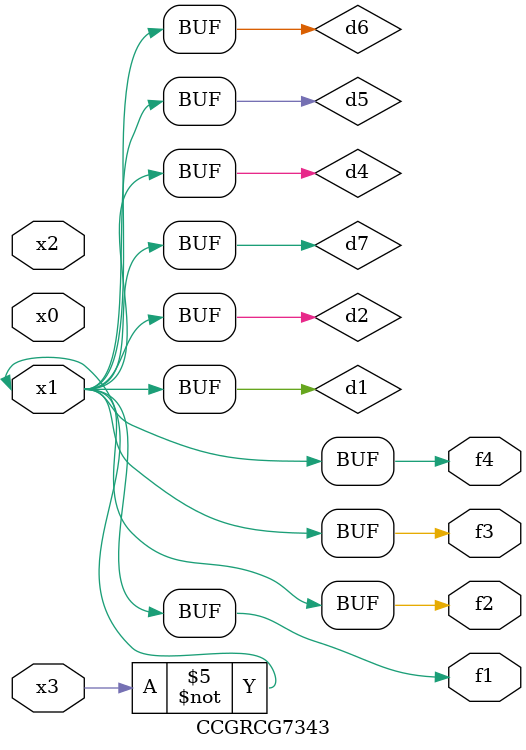
<source format=v>
module CCGRCG7343(
	input x0, x1, x2, x3,
	output f1, f2, f3, f4
);

	wire d1, d2, d3, d4, d5, d6, d7;

	not (d1, x3);
	buf (d2, x1);
	xnor (d3, d1, d2);
	nor (d4, d1);
	buf (d5, d1, d2);
	buf (d6, d4, d5);
	nand (d7, d4);
	assign f1 = d6;
	assign f2 = d7;
	assign f3 = d6;
	assign f4 = d6;
endmodule

</source>
